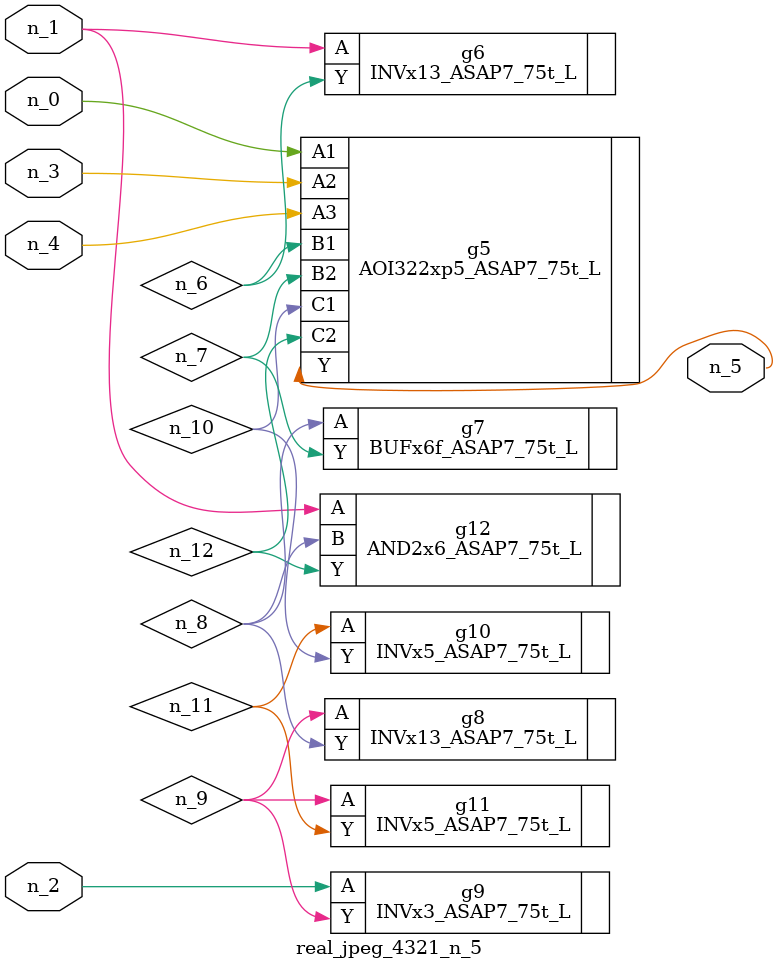
<source format=v>
module real_jpeg_4321_n_5 (n_4, n_0, n_1, n_2, n_3, n_5);

input n_4;
input n_0;
input n_1;
input n_2;
input n_3;

output n_5;

wire n_12;
wire n_8;
wire n_11;
wire n_6;
wire n_7;
wire n_10;
wire n_9;

AOI322xp5_ASAP7_75t_L g5 ( 
.A1(n_0),
.A2(n_3),
.A3(n_4),
.B1(n_6),
.B2(n_7),
.C1(n_10),
.C2(n_12),
.Y(n_5)
);

INVx13_ASAP7_75t_L g6 ( 
.A(n_1),
.Y(n_6)
);

AND2x6_ASAP7_75t_L g12 ( 
.A(n_1),
.B(n_8),
.Y(n_12)
);

INVx3_ASAP7_75t_L g9 ( 
.A(n_2),
.Y(n_9)
);

BUFx6f_ASAP7_75t_L g7 ( 
.A(n_8),
.Y(n_7)
);

INVx13_ASAP7_75t_L g8 ( 
.A(n_9),
.Y(n_8)
);

INVx5_ASAP7_75t_L g11 ( 
.A(n_9),
.Y(n_11)
);

INVx5_ASAP7_75t_L g10 ( 
.A(n_11),
.Y(n_10)
);


endmodule
</source>
